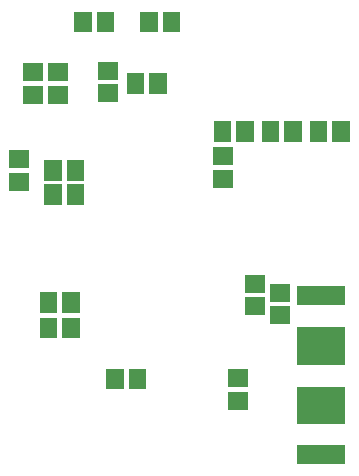
<source format=gbr>
G04 #@! TF.GenerationSoftware,KiCad,Pcbnew,(5.1.0)-1*
G04 #@! TF.CreationDate,2019-05-30T14:49:56+02:00*
G04 #@! TF.ProjectId,UWED,55574544-2e6b-4696-9361-645f70636258,rev?*
G04 #@! TF.SameCoordinates,Original*
G04 #@! TF.FileFunction,Soldermask,Bot*
G04 #@! TF.FilePolarity,Negative*
%FSLAX46Y46*%
G04 Gerber Fmt 4.6, Leading zero omitted, Abs format (unit mm)*
G04 Created by KiCad (PCBNEW (5.1.0)-1) date 2019-05-30 14:49:56*
%MOMM*%
%LPD*%
G04 APERTURE LIST*
%ADD10C,0.100000*%
G04 APERTURE END LIST*
D10*
G36*
X162939200Y-128048800D02*
G01*
X158904000Y-128048800D01*
X158904000Y-126445600D01*
X162939200Y-126445600D01*
X162939200Y-128048800D01*
X162939200Y-128048800D01*
G37*
G36*
X162939200Y-124648800D02*
G01*
X158904000Y-124648800D01*
X158904000Y-121492600D01*
X162939200Y-121492600D01*
X162939200Y-124648800D01*
X162939200Y-124648800D01*
G37*
G36*
X154788200Y-123438800D02*
G01*
X153085000Y-123438800D01*
X153085000Y-121935600D01*
X154788200Y-121935600D01*
X154788200Y-123438800D01*
X154788200Y-123438800D01*
G37*
G36*
X146164000Y-121699800D02*
G01*
X144660800Y-121699800D01*
X144660800Y-119996600D01*
X146164000Y-119996600D01*
X146164000Y-121699800D01*
X146164000Y-121699800D01*
G37*
G36*
X144264000Y-121699800D02*
G01*
X142760800Y-121699800D01*
X142760800Y-119996600D01*
X144264000Y-119996600D01*
X144264000Y-121699800D01*
X144264000Y-121699800D01*
G37*
G36*
X154788200Y-121538800D02*
G01*
X153085000Y-121538800D01*
X153085000Y-120035600D01*
X154788200Y-120035600D01*
X154788200Y-121538800D01*
X154788200Y-121538800D01*
G37*
G36*
X162939200Y-119695800D02*
G01*
X158904000Y-119695800D01*
X158904000Y-116412600D01*
X162939200Y-116412600D01*
X162939200Y-119695800D01*
X162939200Y-119695800D01*
G37*
G36*
X140525200Y-117381800D02*
G01*
X139022000Y-117381800D01*
X139022000Y-115678600D01*
X140525200Y-115678600D01*
X140525200Y-117381800D01*
X140525200Y-117381800D01*
G37*
G36*
X138625200Y-117381800D02*
G01*
X137122000Y-117381800D01*
X137122000Y-115678600D01*
X138625200Y-115678600D01*
X138625200Y-117381800D01*
X138625200Y-117381800D01*
G37*
G36*
X158344200Y-116199800D02*
G01*
X156641000Y-116199800D01*
X156641000Y-114696600D01*
X158344200Y-114696600D01*
X158344200Y-116199800D01*
X158344200Y-116199800D01*
G37*
G36*
X156185200Y-115437800D02*
G01*
X154482000Y-115437800D01*
X154482000Y-113934600D01*
X156185200Y-113934600D01*
X156185200Y-115437800D01*
X156185200Y-115437800D01*
G37*
G36*
X140525200Y-115222800D02*
G01*
X139022000Y-115222800D01*
X139022000Y-113519600D01*
X140525200Y-113519600D01*
X140525200Y-115222800D01*
X140525200Y-115222800D01*
G37*
G36*
X138625200Y-115222800D02*
G01*
X137122000Y-115222800D01*
X137122000Y-113519600D01*
X138625200Y-113519600D01*
X138625200Y-115222800D01*
X138625200Y-115222800D01*
G37*
G36*
X162939200Y-114615800D02*
G01*
X158904000Y-114615800D01*
X158904000Y-113012600D01*
X162939200Y-113012600D01*
X162939200Y-114615800D01*
X162939200Y-114615800D01*
G37*
G36*
X158344200Y-114299800D02*
G01*
X156641000Y-114299800D01*
X156641000Y-112796600D01*
X158344200Y-112796600D01*
X158344200Y-114299800D01*
X158344200Y-114299800D01*
G37*
G36*
X156185200Y-113537800D02*
G01*
X154482000Y-113537800D01*
X154482000Y-112034600D01*
X156185200Y-112034600D01*
X156185200Y-113537800D01*
X156185200Y-113537800D01*
G37*
G36*
X140906200Y-106078800D02*
G01*
X139403000Y-106078800D01*
X139403000Y-104375600D01*
X140906200Y-104375600D01*
X140906200Y-106078800D01*
X140906200Y-106078800D01*
G37*
G36*
X139006200Y-106078800D02*
G01*
X137503000Y-106078800D01*
X137503000Y-104375600D01*
X139006200Y-104375600D01*
X139006200Y-106078800D01*
X139006200Y-106078800D01*
G37*
G36*
X136246200Y-104896800D02*
G01*
X134543000Y-104896800D01*
X134543000Y-103393600D01*
X136246200Y-103393600D01*
X136246200Y-104896800D01*
X136246200Y-104896800D01*
G37*
G36*
X153518200Y-104642800D02*
G01*
X151815000Y-104642800D01*
X151815000Y-103139600D01*
X153518200Y-103139600D01*
X153518200Y-104642800D01*
X153518200Y-104642800D01*
G37*
G36*
X139006200Y-104046800D02*
G01*
X137503000Y-104046800D01*
X137503000Y-102343600D01*
X139006200Y-102343600D01*
X139006200Y-104046800D01*
X139006200Y-104046800D01*
G37*
G36*
X140906200Y-104046800D02*
G01*
X139403000Y-104046800D01*
X139403000Y-102343600D01*
X140906200Y-102343600D01*
X140906200Y-104046800D01*
X140906200Y-104046800D01*
G37*
G36*
X136246200Y-102996800D02*
G01*
X134543000Y-102996800D01*
X134543000Y-101493600D01*
X136246200Y-101493600D01*
X136246200Y-102996800D01*
X136246200Y-102996800D01*
G37*
G36*
X153518200Y-102742800D02*
G01*
X151815000Y-102742800D01*
X151815000Y-101239600D01*
X153518200Y-101239600D01*
X153518200Y-102742800D01*
X153518200Y-102742800D01*
G37*
G36*
X153357200Y-100744800D02*
G01*
X151854000Y-100744800D01*
X151854000Y-99041600D01*
X153357200Y-99041600D01*
X153357200Y-100744800D01*
X153357200Y-100744800D01*
G37*
G36*
X161485200Y-100744800D02*
G01*
X159982000Y-100744800D01*
X159982000Y-99041600D01*
X161485200Y-99041600D01*
X161485200Y-100744800D01*
X161485200Y-100744800D01*
G37*
G36*
X155257200Y-100744800D02*
G01*
X153754000Y-100744800D01*
X153754000Y-99041600D01*
X155257200Y-99041600D01*
X155257200Y-100744800D01*
X155257200Y-100744800D01*
G37*
G36*
X157421200Y-100744800D02*
G01*
X155918000Y-100744800D01*
X155918000Y-99041600D01*
X157421200Y-99041600D01*
X157421200Y-100744800D01*
X157421200Y-100744800D01*
G37*
G36*
X159321200Y-100744800D02*
G01*
X157818000Y-100744800D01*
X157818000Y-99041600D01*
X159321200Y-99041600D01*
X159321200Y-100744800D01*
X159321200Y-100744800D01*
G37*
G36*
X163385200Y-100744800D02*
G01*
X161882000Y-100744800D01*
X161882000Y-99041600D01*
X163385200Y-99041600D01*
X163385200Y-100744800D01*
X163385200Y-100744800D01*
G37*
G36*
X139548200Y-97530800D02*
G01*
X137845000Y-97530800D01*
X137845000Y-96027600D01*
X139548200Y-96027600D01*
X139548200Y-97530800D01*
X139548200Y-97530800D01*
G37*
G36*
X137389200Y-97530800D02*
G01*
X135686000Y-97530800D01*
X135686000Y-96027600D01*
X137389200Y-96027600D01*
X137389200Y-97530800D01*
X137389200Y-97530800D01*
G37*
G36*
X143739200Y-97403800D02*
G01*
X142036000Y-97403800D01*
X142036000Y-95900600D01*
X143739200Y-95900600D01*
X143739200Y-97403800D01*
X143739200Y-97403800D01*
G37*
G36*
X147891200Y-96680800D02*
G01*
X146388000Y-96680800D01*
X146388000Y-94977600D01*
X147891200Y-94977600D01*
X147891200Y-96680800D01*
X147891200Y-96680800D01*
G37*
G36*
X145991200Y-96680800D02*
G01*
X144488000Y-96680800D01*
X144488000Y-94977600D01*
X145991200Y-94977600D01*
X145991200Y-96680800D01*
X145991200Y-96680800D01*
G37*
G36*
X137389200Y-95630800D02*
G01*
X135686000Y-95630800D01*
X135686000Y-94127600D01*
X137389200Y-94127600D01*
X137389200Y-95630800D01*
X137389200Y-95630800D01*
G37*
G36*
X139548200Y-95630800D02*
G01*
X137845000Y-95630800D01*
X137845000Y-94127600D01*
X139548200Y-94127600D01*
X139548200Y-95630800D01*
X139548200Y-95630800D01*
G37*
G36*
X143739200Y-95503800D02*
G01*
X142036000Y-95503800D01*
X142036000Y-94000600D01*
X143739200Y-94000600D01*
X143739200Y-95503800D01*
X143739200Y-95503800D01*
G37*
G36*
X141546200Y-91473800D02*
G01*
X140043000Y-91473800D01*
X140043000Y-89770600D01*
X141546200Y-89770600D01*
X141546200Y-91473800D01*
X141546200Y-91473800D01*
G37*
G36*
X143446200Y-91473800D02*
G01*
X141943000Y-91473800D01*
X141943000Y-89770600D01*
X143446200Y-89770600D01*
X143446200Y-91473800D01*
X143446200Y-91473800D01*
G37*
G36*
X147134200Y-91473800D02*
G01*
X145631000Y-91473800D01*
X145631000Y-89770600D01*
X147134200Y-89770600D01*
X147134200Y-91473800D01*
X147134200Y-91473800D01*
G37*
G36*
X149034200Y-91473800D02*
G01*
X147531000Y-91473800D01*
X147531000Y-89770600D01*
X149034200Y-89770600D01*
X149034200Y-91473800D01*
X149034200Y-91473800D01*
G37*
M02*

</source>
